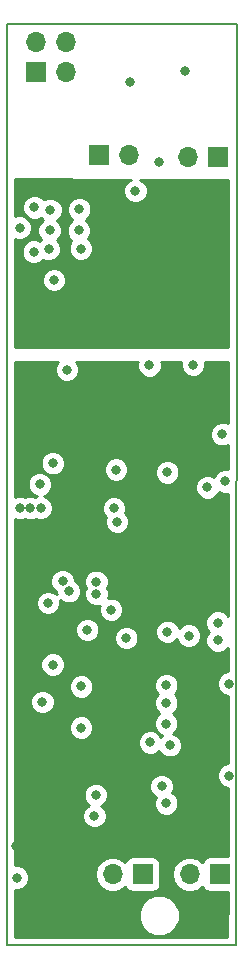
<source format=gbr>
G04 #@! TF.GenerationSoftware,KiCad,Pcbnew,5.0.2-bee76a0~70~ubuntu18.04.1*
G04 #@! TF.CreationDate,2019-12-03T11:06:18+01:00*
G04 #@! TF.ProjectId,instrumnet,696e7374-7275-46d6-9e65-742e6b696361,rev?*
G04 #@! TF.SameCoordinates,Original*
G04 #@! TF.FileFunction,Copper,L3,Inr*
G04 #@! TF.FilePolarity,Positive*
%FSLAX46Y46*%
G04 Gerber Fmt 4.6, Leading zero omitted, Abs format (unit mm)*
G04 Created by KiCad (PCBNEW 5.0.2-bee76a0~70~ubuntu18.04.1) date Tue 03 Dec 2019 11:06:18 AM CET*
%MOMM*%
%LPD*%
G01*
G04 APERTURE LIST*
G04 #@! TA.AperFunction,NonConductor*
%ADD10C,0.150000*%
G04 #@! TD*
G04 #@! TA.AperFunction,ViaPad*
%ADD11R,1.700000X1.700000*%
G04 #@! TD*
G04 #@! TA.AperFunction,ViaPad*
%ADD12O,1.700000X1.700000*%
G04 #@! TD*
G04 #@! TA.AperFunction,ViaPad*
%ADD13C,0.800000*%
G04 #@! TD*
G04 #@! TA.AperFunction,Conductor*
%ADD14C,0.254000*%
G04 #@! TD*
G04 APERTURE END LIST*
D10*
X125000000Y-64000000D02*
X144500000Y-64000000D01*
X125000000Y-142000000D02*
X125000000Y-64000000D01*
X144400000Y-142000000D02*
X125000000Y-142000000D01*
X144500000Y-64000000D02*
X144400000Y-142000000D01*
D11*
G04 #@! TO.N,/in+*
G04 #@! TO.C,458_IN1*
X132810000Y-75110000D03*
D12*
G04 #@! TO.N,/in-*
X135350000Y-75110000D03*
G04 #@! TD*
G04 #@! TO.N,/out-*
G04 #@! TO.C,485_OUT1*
X140380000Y-75240000D03*
D11*
G04 #@! TO.N,/out+*
X142920000Y-75240000D03*
G04 #@! TD*
D12*
G04 #@! TO.N,GND*
G04 #@! TO.C,J1*
X130000000Y-65540000D03*
X130000000Y-68080000D03*
G04 #@! TO.N,Net-(D7-Pad1)*
X127460000Y-65540000D03*
D11*
X127460000Y-68080000D03*
G04 #@! TD*
G04 #@! TO.N,Net-(D2-Pad2)*
G04 #@! TO.C,J3*
X143040000Y-136000000D03*
D12*
G04 #@! TO.N,Net-(D2-Pad1)*
X140500000Y-136000000D03*
G04 #@! TD*
G04 #@! TO.N,Net-(D1-Pad1)*
G04 #@! TO.C,J2*
X133960000Y-136000000D03*
D11*
G04 #@! TO.N,Net-(D1-Pad2)*
X136500000Y-136000000D03*
G04 #@! TD*
D13*
G04 #@! TO.N,GND*
X138589855Y-101975010D03*
X125850000Y-136300000D03*
X142859849Y-114710000D03*
X135115000Y-116010000D03*
X137090000Y-92920000D03*
X140780000Y-92870000D03*
X135420000Y-68910000D03*
X140090000Y-68030000D03*
X138110000Y-128550000D03*
X138500009Y-130000008D03*
X138610000Y-115477136D03*
X131100000Y-81500000D03*
X128630000Y-81500000D03*
X128572875Y-83077214D03*
X128700010Y-79759758D03*
X127350000Y-79544998D03*
X127300000Y-83295002D03*
X131270000Y-83030000D03*
X131141408Y-79717897D03*
X126090000Y-105000000D03*
X126990000Y-105010000D03*
X127900000Y-105000000D03*
X126087050Y-81266858D03*
X143825000Y-127649998D03*
X128495403Y-113036994D03*
X135890000Y-78150000D03*
X137920000Y-75680000D03*
X140417390Y-115800860D03*
X128016000Y-121412000D03*
X128900010Y-101200000D03*
X129000000Y-85700000D03*
X130100000Y-93300000D03*
X131300000Y-123600000D03*
X132430000Y-131080000D03*
X131310000Y-120110000D03*
G04 #@! TO.N,+3V3*
X141120000Y-97570000D03*
X137430000Y-99200000D03*
X138950000Y-126660000D03*
X126180000Y-98120000D03*
X132700000Y-127050000D03*
X128900000Y-107420000D03*
X129730000Y-102800000D03*
X127862000Y-138412000D03*
X126840000Y-130060000D03*
X125775000Y-133586000D03*
X126699990Y-92964999D03*
X127680000Y-106775000D03*
X127560000Y-108080000D03*
G04 #@! TO.N,+5V*
X139280000Y-77960000D03*
X133450000Y-87170000D03*
X132570000Y-85950000D03*
X128800000Y-89300000D03*
X132630000Y-84300000D03*
X127800000Y-103000000D03*
X127700000Y-90900000D03*
X128100000Y-90100000D03*
G04 #@! TO.N,Net-(C4-Pad2)*
X143823515Y-119869562D03*
G04 #@! TO.N,Net-(C4-Pad1)*
X138800000Y-125080000D03*
G04 #@! TO.N,Net-(C3-Pad2)*
X137140002Y-124850000D03*
G04 #@! TO.N,Net-(C3-Pad1)*
X132545010Y-129290000D03*
G04 #@! TO.N,rxd_3v3*
X129725447Y-111188387D03*
X132589221Y-111248571D03*
G04 #@! TO.N,txd_3v3*
X130243232Y-112045842D03*
X132593265Y-112250000D03*
G04 #@! TO.N,do*
X138500000Y-120000000D03*
G04 #@! TO.N,cs_1*
X138500000Y-123250000D03*
G04 #@! TO.N,cs_0*
X138500000Y-121500000D03*
G04 #@! TO.N,sck*
X142000000Y-103250000D03*
G04 #@! TO.N,miso*
X143250000Y-98750000D03*
G04 #@! TO.N,mosi*
X143500000Y-102750000D03*
G04 #@! TO.N,reset*
X131820000Y-115320000D03*
X142864135Y-116210245D03*
X128890000Y-118250000D03*
G04 #@! TO.N,Net-(TP4-Pad1)*
X134348801Y-106158752D03*
G04 #@! TO.N,Net-(TP3-Pad1)*
X134077813Y-105021443D03*
G04 #@! TO.N,Net-(TP2-Pad1)*
X134250022Y-101739827D03*
G04 #@! TO.N,led*
X133840000Y-113620000D03*
G04 #@! TD*
D14*
G04 #@! TO.N,+3V3*
G36*
X129222569Y-92713720D02*
X129065000Y-93094126D01*
X129065000Y-93505874D01*
X129222569Y-93886280D01*
X129513720Y-94177431D01*
X129894126Y-94335000D01*
X130305874Y-94335000D01*
X130686280Y-94177431D01*
X130977431Y-93886280D01*
X131135000Y-93505874D01*
X131135000Y-93094126D01*
X130977431Y-92713720D01*
X130890711Y-92627000D01*
X136091089Y-92627000D01*
X136055000Y-92714126D01*
X136055000Y-93125874D01*
X136212569Y-93506280D01*
X136503720Y-93797431D01*
X136884126Y-93955000D01*
X137295874Y-93955000D01*
X137676280Y-93797431D01*
X137967431Y-93506280D01*
X138125000Y-93125874D01*
X138125000Y-92714126D01*
X138088911Y-92627000D01*
X139760378Y-92627000D01*
X139745000Y-92664126D01*
X139745000Y-93075874D01*
X139902569Y-93456280D01*
X140193720Y-93747431D01*
X140574126Y-93905000D01*
X140985874Y-93905000D01*
X141366280Y-93747431D01*
X141657431Y-93456280D01*
X141815000Y-93075874D01*
X141815000Y-92664126D01*
X141799622Y-92627000D01*
X143753299Y-92627000D01*
X143746621Y-97835431D01*
X143455874Y-97715000D01*
X143044126Y-97715000D01*
X142663720Y-97872569D01*
X142372569Y-98163720D01*
X142215000Y-98544126D01*
X142215000Y-98955874D01*
X142372569Y-99336280D01*
X142663720Y-99627431D01*
X143044126Y-99785000D01*
X143455874Y-99785000D01*
X143744275Y-99665541D01*
X143741628Y-101729810D01*
X143705874Y-101715000D01*
X143294126Y-101715000D01*
X142913720Y-101872569D01*
X142622569Y-102163720D01*
X142543415Y-102354814D01*
X142205874Y-102215000D01*
X141794126Y-102215000D01*
X141413720Y-102372569D01*
X141122569Y-102663720D01*
X140965000Y-103044126D01*
X140965000Y-103455874D01*
X141122569Y-103836280D01*
X141413720Y-104127431D01*
X141794126Y-104285000D01*
X142205874Y-104285000D01*
X142586280Y-104127431D01*
X142877431Y-103836280D01*
X142956585Y-103645186D01*
X143294126Y-103785000D01*
X143705874Y-103785000D01*
X143739011Y-103771274D01*
X143725753Y-114112193D01*
X143446129Y-113832569D01*
X143065723Y-113675000D01*
X142653975Y-113675000D01*
X142273569Y-113832569D01*
X141982418Y-114123720D01*
X141824849Y-114504126D01*
X141824849Y-114915874D01*
X141982418Y-115296280D01*
X142148404Y-115462266D01*
X141986704Y-115623965D01*
X141829135Y-116004371D01*
X141829135Y-116416119D01*
X141986704Y-116796525D01*
X142277855Y-117087676D01*
X142658261Y-117245245D01*
X143070009Y-117245245D01*
X143450415Y-117087676D01*
X143722287Y-116815804D01*
X143719699Y-118834562D01*
X143617641Y-118834562D01*
X143237235Y-118992131D01*
X142946084Y-119283282D01*
X142788515Y-119663688D01*
X142788515Y-120075436D01*
X142946084Y-120455842D01*
X143237235Y-120746993D01*
X143617641Y-120904562D01*
X143717045Y-120904562D01*
X143709724Y-126614998D01*
X143619126Y-126614998D01*
X143238720Y-126772567D01*
X142947569Y-127063718D01*
X142790000Y-127444124D01*
X142790000Y-127855872D01*
X142947569Y-128236278D01*
X143238720Y-128527429D01*
X143619126Y-128684998D01*
X143707070Y-128684998D01*
X143699612Y-134502560D01*
X142190000Y-134502560D01*
X141942235Y-134551843D01*
X141732191Y-134692191D01*
X141591843Y-134902235D01*
X141582816Y-134947619D01*
X141570625Y-134929375D01*
X141079418Y-134601161D01*
X140646256Y-134515000D01*
X140353744Y-134515000D01*
X139920582Y-134601161D01*
X139429375Y-134929375D01*
X139101161Y-135420582D01*
X138985908Y-136000000D01*
X139101161Y-136579418D01*
X139429375Y-137070625D01*
X139920582Y-137398839D01*
X140353744Y-137485000D01*
X140646256Y-137485000D01*
X141079418Y-137398839D01*
X141570625Y-137070625D01*
X141582816Y-137052381D01*
X141591843Y-137097765D01*
X141732191Y-137307809D01*
X141942235Y-137448157D01*
X142190000Y-137497440D01*
X143695772Y-137497440D01*
X143690910Y-141290000D01*
X125710000Y-141290000D01*
X125710000Y-139154887D01*
X136165000Y-139154887D01*
X136165000Y-139845113D01*
X136429138Y-140482799D01*
X136917201Y-140970862D01*
X137554887Y-141235000D01*
X138245113Y-141235000D01*
X138882799Y-140970862D01*
X139370862Y-140482799D01*
X139635000Y-139845113D01*
X139635000Y-139154887D01*
X139370862Y-138517201D01*
X138882799Y-138029138D01*
X138245113Y-137765000D01*
X137554887Y-137765000D01*
X136917201Y-138029138D01*
X136429138Y-138517201D01*
X136165000Y-139154887D01*
X125710000Y-139154887D01*
X125710000Y-137335000D01*
X126055874Y-137335000D01*
X126436280Y-137177431D01*
X126727431Y-136886280D01*
X126885000Y-136505874D01*
X126885000Y-136094126D01*
X126846012Y-136000000D01*
X132445908Y-136000000D01*
X132561161Y-136579418D01*
X132889375Y-137070625D01*
X133380582Y-137398839D01*
X133813744Y-137485000D01*
X134106256Y-137485000D01*
X134539418Y-137398839D01*
X135030625Y-137070625D01*
X135042816Y-137052381D01*
X135051843Y-137097765D01*
X135192191Y-137307809D01*
X135402235Y-137448157D01*
X135650000Y-137497440D01*
X137350000Y-137497440D01*
X137597765Y-137448157D01*
X137807809Y-137307809D01*
X137948157Y-137097765D01*
X137997440Y-136850000D01*
X137997440Y-135150000D01*
X137948157Y-134902235D01*
X137807809Y-134692191D01*
X137597765Y-134551843D01*
X137350000Y-134502560D01*
X135650000Y-134502560D01*
X135402235Y-134551843D01*
X135192191Y-134692191D01*
X135051843Y-134902235D01*
X135042816Y-134947619D01*
X135030625Y-134929375D01*
X134539418Y-134601161D01*
X134106256Y-134515000D01*
X133813744Y-134515000D01*
X133380582Y-134601161D01*
X132889375Y-134929375D01*
X132561161Y-135420582D01*
X132445908Y-136000000D01*
X126846012Y-136000000D01*
X126727431Y-135713720D01*
X126436280Y-135422569D01*
X126055874Y-135265000D01*
X125710000Y-135265000D01*
X125710000Y-130874126D01*
X131395000Y-130874126D01*
X131395000Y-131285874D01*
X131552569Y-131666280D01*
X131843720Y-131957431D01*
X132224126Y-132115000D01*
X132635874Y-132115000D01*
X133016280Y-131957431D01*
X133307431Y-131666280D01*
X133465000Y-131285874D01*
X133465000Y-130874126D01*
X133307431Y-130493720D01*
X133025119Y-130211408D01*
X133131290Y-130167431D01*
X133422441Y-129876280D01*
X133580010Y-129495874D01*
X133580010Y-129084126D01*
X133422441Y-128703720D01*
X133131290Y-128412569D01*
X132966054Y-128344126D01*
X137075000Y-128344126D01*
X137075000Y-128755874D01*
X137232569Y-129136280D01*
X137523720Y-129427431D01*
X137603256Y-129460376D01*
X137465009Y-129794134D01*
X137465009Y-130205882D01*
X137622578Y-130586288D01*
X137913729Y-130877439D01*
X138294135Y-131035008D01*
X138705883Y-131035008D01*
X139086289Y-130877439D01*
X139377440Y-130586288D01*
X139535009Y-130205882D01*
X139535009Y-129794134D01*
X139377440Y-129413728D01*
X139086289Y-129122577D01*
X139006753Y-129089632D01*
X139145000Y-128755874D01*
X139145000Y-128344126D01*
X138987431Y-127963720D01*
X138696280Y-127672569D01*
X138315874Y-127515000D01*
X137904126Y-127515000D01*
X137523720Y-127672569D01*
X137232569Y-127963720D01*
X137075000Y-128344126D01*
X132966054Y-128344126D01*
X132750884Y-128255000D01*
X132339136Y-128255000D01*
X131958730Y-128412569D01*
X131667579Y-128703720D01*
X131510010Y-129084126D01*
X131510010Y-129495874D01*
X131667579Y-129876280D01*
X131949891Y-130158592D01*
X131843720Y-130202569D01*
X131552569Y-130493720D01*
X131395000Y-130874126D01*
X125710000Y-130874126D01*
X125710000Y-124644126D01*
X136105002Y-124644126D01*
X136105002Y-125055874D01*
X136262571Y-125436280D01*
X136553722Y-125727431D01*
X136934128Y-125885000D01*
X137345876Y-125885000D01*
X137726282Y-125727431D01*
X137882989Y-125570724D01*
X137922569Y-125666280D01*
X138213720Y-125957431D01*
X138594126Y-126115000D01*
X139005874Y-126115000D01*
X139386280Y-125957431D01*
X139677431Y-125666280D01*
X139835000Y-125285874D01*
X139835000Y-124874126D01*
X139677431Y-124493720D01*
X139386280Y-124202569D01*
X139121017Y-124092694D01*
X139377431Y-123836280D01*
X139535000Y-123455874D01*
X139535000Y-123044126D01*
X139377431Y-122663720D01*
X139088711Y-122375000D01*
X139377431Y-122086280D01*
X139535000Y-121705874D01*
X139535000Y-121294126D01*
X139377431Y-120913720D01*
X139213711Y-120750000D01*
X139377431Y-120586280D01*
X139535000Y-120205874D01*
X139535000Y-119794126D01*
X139377431Y-119413720D01*
X139086280Y-119122569D01*
X138705874Y-118965000D01*
X138294126Y-118965000D01*
X137913720Y-119122569D01*
X137622569Y-119413720D01*
X137465000Y-119794126D01*
X137465000Y-120205874D01*
X137622569Y-120586280D01*
X137786289Y-120750000D01*
X137622569Y-120913720D01*
X137465000Y-121294126D01*
X137465000Y-121705874D01*
X137622569Y-122086280D01*
X137911289Y-122375000D01*
X137622569Y-122663720D01*
X137465000Y-123044126D01*
X137465000Y-123455874D01*
X137622569Y-123836280D01*
X137913720Y-124127431D01*
X138178983Y-124237306D01*
X138057013Y-124359276D01*
X138017433Y-124263720D01*
X137726282Y-123972569D01*
X137345876Y-123815000D01*
X136934128Y-123815000D01*
X136553722Y-123972569D01*
X136262571Y-124263720D01*
X136105002Y-124644126D01*
X125710000Y-124644126D01*
X125710000Y-123394126D01*
X130265000Y-123394126D01*
X130265000Y-123805874D01*
X130422569Y-124186280D01*
X130713720Y-124477431D01*
X131094126Y-124635000D01*
X131505874Y-124635000D01*
X131886280Y-124477431D01*
X132177431Y-124186280D01*
X132335000Y-123805874D01*
X132335000Y-123394126D01*
X132177431Y-123013720D01*
X131886280Y-122722569D01*
X131505874Y-122565000D01*
X131094126Y-122565000D01*
X130713720Y-122722569D01*
X130422569Y-123013720D01*
X130265000Y-123394126D01*
X125710000Y-123394126D01*
X125710000Y-121206126D01*
X126981000Y-121206126D01*
X126981000Y-121617874D01*
X127138569Y-121998280D01*
X127429720Y-122289431D01*
X127810126Y-122447000D01*
X128221874Y-122447000D01*
X128602280Y-122289431D01*
X128893431Y-121998280D01*
X129051000Y-121617874D01*
X129051000Y-121206126D01*
X128893431Y-120825720D01*
X128602280Y-120534569D01*
X128221874Y-120377000D01*
X127810126Y-120377000D01*
X127429720Y-120534569D01*
X127138569Y-120825720D01*
X126981000Y-121206126D01*
X125710000Y-121206126D01*
X125710000Y-119904126D01*
X130275000Y-119904126D01*
X130275000Y-120315874D01*
X130432569Y-120696280D01*
X130723720Y-120987431D01*
X131104126Y-121145000D01*
X131515874Y-121145000D01*
X131896280Y-120987431D01*
X132187431Y-120696280D01*
X132345000Y-120315874D01*
X132345000Y-119904126D01*
X132187431Y-119523720D01*
X131896280Y-119232569D01*
X131515874Y-119075000D01*
X131104126Y-119075000D01*
X130723720Y-119232569D01*
X130432569Y-119523720D01*
X130275000Y-119904126D01*
X125710000Y-119904126D01*
X125710000Y-118044126D01*
X127855000Y-118044126D01*
X127855000Y-118455874D01*
X128012569Y-118836280D01*
X128303720Y-119127431D01*
X128684126Y-119285000D01*
X129095874Y-119285000D01*
X129476280Y-119127431D01*
X129767431Y-118836280D01*
X129925000Y-118455874D01*
X129925000Y-118044126D01*
X129767431Y-117663720D01*
X129476280Y-117372569D01*
X129095874Y-117215000D01*
X128684126Y-117215000D01*
X128303720Y-117372569D01*
X128012569Y-117663720D01*
X127855000Y-118044126D01*
X125710000Y-118044126D01*
X125710000Y-115114126D01*
X130785000Y-115114126D01*
X130785000Y-115525874D01*
X130942569Y-115906280D01*
X131233720Y-116197431D01*
X131614126Y-116355000D01*
X132025874Y-116355000D01*
X132406280Y-116197431D01*
X132697431Y-115906280D01*
X132739744Y-115804126D01*
X134080000Y-115804126D01*
X134080000Y-116215874D01*
X134237569Y-116596280D01*
X134528720Y-116887431D01*
X134909126Y-117045000D01*
X135320874Y-117045000D01*
X135701280Y-116887431D01*
X135992431Y-116596280D01*
X136150000Y-116215874D01*
X136150000Y-115804126D01*
X135992431Y-115423720D01*
X135839973Y-115271262D01*
X137575000Y-115271262D01*
X137575000Y-115683010D01*
X137732569Y-116063416D01*
X138023720Y-116354567D01*
X138404126Y-116512136D01*
X138815874Y-116512136D01*
X139196280Y-116354567D01*
X139429758Y-116121089D01*
X139539959Y-116387140D01*
X139831110Y-116678291D01*
X140211516Y-116835860D01*
X140623264Y-116835860D01*
X141003670Y-116678291D01*
X141294821Y-116387140D01*
X141452390Y-116006734D01*
X141452390Y-115594986D01*
X141294821Y-115214580D01*
X141003670Y-114923429D01*
X140623264Y-114765860D01*
X140211516Y-114765860D01*
X139831110Y-114923429D01*
X139597632Y-115156907D01*
X139487431Y-114890856D01*
X139196280Y-114599705D01*
X138815874Y-114442136D01*
X138404126Y-114442136D01*
X138023720Y-114599705D01*
X137732569Y-114890856D01*
X137575000Y-115271262D01*
X135839973Y-115271262D01*
X135701280Y-115132569D01*
X135320874Y-114975000D01*
X134909126Y-114975000D01*
X134528720Y-115132569D01*
X134237569Y-115423720D01*
X134080000Y-115804126D01*
X132739744Y-115804126D01*
X132855000Y-115525874D01*
X132855000Y-115114126D01*
X132697431Y-114733720D01*
X132406280Y-114442569D01*
X132025874Y-114285000D01*
X131614126Y-114285000D01*
X131233720Y-114442569D01*
X130942569Y-114733720D01*
X130785000Y-115114126D01*
X125710000Y-115114126D01*
X125710000Y-112831120D01*
X127460403Y-112831120D01*
X127460403Y-113242868D01*
X127617972Y-113623274D01*
X127909123Y-113914425D01*
X128289529Y-114071994D01*
X128701277Y-114071994D01*
X129081683Y-113914425D01*
X129372834Y-113623274D01*
X129530403Y-113242868D01*
X129530403Y-112831120D01*
X129506081Y-112772402D01*
X129656952Y-112923273D01*
X130037358Y-113080842D01*
X130449106Y-113080842D01*
X130829512Y-112923273D01*
X131120663Y-112632122D01*
X131278232Y-112251716D01*
X131278232Y-111839968D01*
X131120663Y-111459562D01*
X130829512Y-111168411D01*
X130760447Y-111139803D01*
X130760447Y-111042697D01*
X131554221Y-111042697D01*
X131554221Y-111454445D01*
X131678370Y-111754167D01*
X131558265Y-112044126D01*
X131558265Y-112455874D01*
X131715834Y-112836280D01*
X132006985Y-113127431D01*
X132387391Y-113285000D01*
X132799139Y-113285000D01*
X132870777Y-113255327D01*
X132805000Y-113414126D01*
X132805000Y-113825874D01*
X132962569Y-114206280D01*
X133253720Y-114497431D01*
X133634126Y-114655000D01*
X134045874Y-114655000D01*
X134426280Y-114497431D01*
X134717431Y-114206280D01*
X134875000Y-113825874D01*
X134875000Y-113414126D01*
X134717431Y-113033720D01*
X134426280Y-112742569D01*
X134045874Y-112585000D01*
X133634126Y-112585000D01*
X133562488Y-112614673D01*
X133628265Y-112455874D01*
X133628265Y-112044126D01*
X133504116Y-111744404D01*
X133624221Y-111454445D01*
X133624221Y-111042697D01*
X133466652Y-110662291D01*
X133175501Y-110371140D01*
X132795095Y-110213571D01*
X132383347Y-110213571D01*
X132002941Y-110371140D01*
X131711790Y-110662291D01*
X131554221Y-111042697D01*
X130760447Y-111042697D01*
X130760447Y-110982513D01*
X130602878Y-110602107D01*
X130311727Y-110310956D01*
X129931321Y-110153387D01*
X129519573Y-110153387D01*
X129139167Y-110310956D01*
X128848016Y-110602107D01*
X128690447Y-110982513D01*
X128690447Y-111394261D01*
X128848016Y-111774667D01*
X129139167Y-112065818D01*
X129208232Y-112094426D01*
X129208232Y-112251716D01*
X129232554Y-112310434D01*
X129081683Y-112159563D01*
X128701277Y-112001994D01*
X128289529Y-112001994D01*
X127909123Y-112159563D01*
X127617972Y-112450714D01*
X127460403Y-112831120D01*
X125710000Y-112831120D01*
X125710000Y-105962875D01*
X125884126Y-106035000D01*
X126295874Y-106035000D01*
X126527929Y-105938880D01*
X126784126Y-106045000D01*
X127195874Y-106045000D01*
X127457071Y-105936809D01*
X127694126Y-106035000D01*
X128105874Y-106035000D01*
X128486280Y-105877431D01*
X128777431Y-105586280D01*
X128935000Y-105205874D01*
X128935000Y-104815569D01*
X133042813Y-104815569D01*
X133042813Y-105227317D01*
X133200382Y-105607723D01*
X133381675Y-105789016D01*
X133313801Y-105952878D01*
X133313801Y-106364626D01*
X133471370Y-106745032D01*
X133762521Y-107036183D01*
X134142927Y-107193752D01*
X134554675Y-107193752D01*
X134935081Y-107036183D01*
X135226232Y-106745032D01*
X135383801Y-106364626D01*
X135383801Y-105952878D01*
X135226232Y-105572472D01*
X135044939Y-105391179D01*
X135112813Y-105227317D01*
X135112813Y-104815569D01*
X134955244Y-104435163D01*
X134664093Y-104144012D01*
X134283687Y-103986443D01*
X133871939Y-103986443D01*
X133491533Y-104144012D01*
X133200382Y-104435163D01*
X133042813Y-104815569D01*
X128935000Y-104815569D01*
X128935000Y-104794126D01*
X128777431Y-104413720D01*
X128486280Y-104122569D01*
X128140372Y-103979289D01*
X128386280Y-103877431D01*
X128677431Y-103586280D01*
X128835000Y-103205874D01*
X128835000Y-102794126D01*
X128677431Y-102413720D01*
X128386280Y-102122569D01*
X128005874Y-101965000D01*
X127594126Y-101965000D01*
X127213720Y-102122569D01*
X126922569Y-102413720D01*
X126765000Y-102794126D01*
X126765000Y-103205874D01*
X126922569Y-103586280D01*
X127213720Y-103877431D01*
X127559628Y-104020711D01*
X127432929Y-104073191D01*
X127195874Y-103975000D01*
X126784126Y-103975000D01*
X126552071Y-104071120D01*
X126295874Y-103965000D01*
X125884126Y-103965000D01*
X125710000Y-104037125D01*
X125710000Y-100994126D01*
X127865010Y-100994126D01*
X127865010Y-101405874D01*
X128022579Y-101786280D01*
X128313730Y-102077431D01*
X128694136Y-102235000D01*
X129105884Y-102235000D01*
X129486290Y-102077431D01*
X129777441Y-101786280D01*
X129881958Y-101533953D01*
X133215022Y-101533953D01*
X133215022Y-101945701D01*
X133372591Y-102326107D01*
X133663742Y-102617258D01*
X134044148Y-102774827D01*
X134455896Y-102774827D01*
X134836302Y-102617258D01*
X135127453Y-102326107D01*
X135285022Y-101945701D01*
X135285022Y-101769136D01*
X137554855Y-101769136D01*
X137554855Y-102180884D01*
X137712424Y-102561290D01*
X138003575Y-102852441D01*
X138383981Y-103010010D01*
X138795729Y-103010010D01*
X139176135Y-102852441D01*
X139467286Y-102561290D01*
X139624855Y-102180884D01*
X139624855Y-101769136D01*
X139467286Y-101388730D01*
X139176135Y-101097579D01*
X138795729Y-100940010D01*
X138383981Y-100940010D01*
X138003575Y-101097579D01*
X137712424Y-101388730D01*
X137554855Y-101769136D01*
X135285022Y-101769136D01*
X135285022Y-101533953D01*
X135127453Y-101153547D01*
X134836302Y-100862396D01*
X134455896Y-100704827D01*
X134044148Y-100704827D01*
X133663742Y-100862396D01*
X133372591Y-101153547D01*
X133215022Y-101533953D01*
X129881958Y-101533953D01*
X129935010Y-101405874D01*
X129935010Y-100994126D01*
X129777441Y-100613720D01*
X129486290Y-100322569D01*
X129105884Y-100165000D01*
X128694136Y-100165000D01*
X128313730Y-100322569D01*
X128022579Y-100613720D01*
X127865010Y-100994126D01*
X125710000Y-100994126D01*
X125710000Y-92627000D01*
X129309289Y-92627000D01*
X129222569Y-92713720D01*
X129222569Y-92713720D01*
G37*
X129222569Y-92713720D02*
X129065000Y-93094126D01*
X129065000Y-93505874D01*
X129222569Y-93886280D01*
X129513720Y-94177431D01*
X129894126Y-94335000D01*
X130305874Y-94335000D01*
X130686280Y-94177431D01*
X130977431Y-93886280D01*
X131135000Y-93505874D01*
X131135000Y-93094126D01*
X130977431Y-92713720D01*
X130890711Y-92627000D01*
X136091089Y-92627000D01*
X136055000Y-92714126D01*
X136055000Y-93125874D01*
X136212569Y-93506280D01*
X136503720Y-93797431D01*
X136884126Y-93955000D01*
X137295874Y-93955000D01*
X137676280Y-93797431D01*
X137967431Y-93506280D01*
X138125000Y-93125874D01*
X138125000Y-92714126D01*
X138088911Y-92627000D01*
X139760378Y-92627000D01*
X139745000Y-92664126D01*
X139745000Y-93075874D01*
X139902569Y-93456280D01*
X140193720Y-93747431D01*
X140574126Y-93905000D01*
X140985874Y-93905000D01*
X141366280Y-93747431D01*
X141657431Y-93456280D01*
X141815000Y-93075874D01*
X141815000Y-92664126D01*
X141799622Y-92627000D01*
X143753299Y-92627000D01*
X143746621Y-97835431D01*
X143455874Y-97715000D01*
X143044126Y-97715000D01*
X142663720Y-97872569D01*
X142372569Y-98163720D01*
X142215000Y-98544126D01*
X142215000Y-98955874D01*
X142372569Y-99336280D01*
X142663720Y-99627431D01*
X143044126Y-99785000D01*
X143455874Y-99785000D01*
X143744275Y-99665541D01*
X143741628Y-101729810D01*
X143705874Y-101715000D01*
X143294126Y-101715000D01*
X142913720Y-101872569D01*
X142622569Y-102163720D01*
X142543415Y-102354814D01*
X142205874Y-102215000D01*
X141794126Y-102215000D01*
X141413720Y-102372569D01*
X141122569Y-102663720D01*
X140965000Y-103044126D01*
X140965000Y-103455874D01*
X141122569Y-103836280D01*
X141413720Y-104127431D01*
X141794126Y-104285000D01*
X142205874Y-104285000D01*
X142586280Y-104127431D01*
X142877431Y-103836280D01*
X142956585Y-103645186D01*
X143294126Y-103785000D01*
X143705874Y-103785000D01*
X143739011Y-103771274D01*
X143725753Y-114112193D01*
X143446129Y-113832569D01*
X143065723Y-113675000D01*
X142653975Y-113675000D01*
X142273569Y-113832569D01*
X141982418Y-114123720D01*
X141824849Y-114504126D01*
X141824849Y-114915874D01*
X141982418Y-115296280D01*
X142148404Y-115462266D01*
X141986704Y-115623965D01*
X141829135Y-116004371D01*
X141829135Y-116416119D01*
X141986704Y-116796525D01*
X142277855Y-117087676D01*
X142658261Y-117245245D01*
X143070009Y-117245245D01*
X143450415Y-117087676D01*
X143722287Y-116815804D01*
X143719699Y-118834562D01*
X143617641Y-118834562D01*
X143237235Y-118992131D01*
X142946084Y-119283282D01*
X142788515Y-119663688D01*
X142788515Y-120075436D01*
X142946084Y-120455842D01*
X143237235Y-120746993D01*
X143617641Y-120904562D01*
X143717045Y-120904562D01*
X143709724Y-126614998D01*
X143619126Y-126614998D01*
X143238720Y-126772567D01*
X142947569Y-127063718D01*
X142790000Y-127444124D01*
X142790000Y-127855872D01*
X142947569Y-128236278D01*
X143238720Y-128527429D01*
X143619126Y-128684998D01*
X143707070Y-128684998D01*
X143699612Y-134502560D01*
X142190000Y-134502560D01*
X141942235Y-134551843D01*
X141732191Y-134692191D01*
X141591843Y-134902235D01*
X141582816Y-134947619D01*
X141570625Y-134929375D01*
X141079418Y-134601161D01*
X140646256Y-134515000D01*
X140353744Y-134515000D01*
X139920582Y-134601161D01*
X139429375Y-134929375D01*
X139101161Y-135420582D01*
X138985908Y-136000000D01*
X139101161Y-136579418D01*
X139429375Y-137070625D01*
X139920582Y-137398839D01*
X140353744Y-137485000D01*
X140646256Y-137485000D01*
X141079418Y-137398839D01*
X141570625Y-137070625D01*
X141582816Y-137052381D01*
X141591843Y-137097765D01*
X141732191Y-137307809D01*
X141942235Y-137448157D01*
X142190000Y-137497440D01*
X143695772Y-137497440D01*
X143690910Y-141290000D01*
X125710000Y-141290000D01*
X125710000Y-139154887D01*
X136165000Y-139154887D01*
X136165000Y-139845113D01*
X136429138Y-140482799D01*
X136917201Y-140970862D01*
X137554887Y-141235000D01*
X138245113Y-141235000D01*
X138882799Y-140970862D01*
X139370862Y-140482799D01*
X139635000Y-139845113D01*
X139635000Y-139154887D01*
X139370862Y-138517201D01*
X138882799Y-138029138D01*
X138245113Y-137765000D01*
X137554887Y-137765000D01*
X136917201Y-138029138D01*
X136429138Y-138517201D01*
X136165000Y-139154887D01*
X125710000Y-139154887D01*
X125710000Y-137335000D01*
X126055874Y-137335000D01*
X126436280Y-137177431D01*
X126727431Y-136886280D01*
X126885000Y-136505874D01*
X126885000Y-136094126D01*
X126846012Y-136000000D01*
X132445908Y-136000000D01*
X132561161Y-136579418D01*
X132889375Y-137070625D01*
X133380582Y-137398839D01*
X133813744Y-137485000D01*
X134106256Y-137485000D01*
X134539418Y-137398839D01*
X135030625Y-137070625D01*
X135042816Y-137052381D01*
X135051843Y-137097765D01*
X135192191Y-137307809D01*
X135402235Y-137448157D01*
X135650000Y-137497440D01*
X137350000Y-137497440D01*
X137597765Y-137448157D01*
X137807809Y-137307809D01*
X137948157Y-137097765D01*
X137997440Y-136850000D01*
X137997440Y-135150000D01*
X137948157Y-134902235D01*
X137807809Y-134692191D01*
X137597765Y-134551843D01*
X137350000Y-134502560D01*
X135650000Y-134502560D01*
X135402235Y-134551843D01*
X135192191Y-134692191D01*
X135051843Y-134902235D01*
X135042816Y-134947619D01*
X135030625Y-134929375D01*
X134539418Y-134601161D01*
X134106256Y-134515000D01*
X133813744Y-134515000D01*
X133380582Y-134601161D01*
X132889375Y-134929375D01*
X132561161Y-135420582D01*
X132445908Y-136000000D01*
X126846012Y-136000000D01*
X126727431Y-135713720D01*
X126436280Y-135422569D01*
X126055874Y-135265000D01*
X125710000Y-135265000D01*
X125710000Y-130874126D01*
X131395000Y-130874126D01*
X131395000Y-131285874D01*
X131552569Y-131666280D01*
X131843720Y-131957431D01*
X132224126Y-132115000D01*
X132635874Y-132115000D01*
X133016280Y-131957431D01*
X133307431Y-131666280D01*
X133465000Y-131285874D01*
X133465000Y-130874126D01*
X133307431Y-130493720D01*
X133025119Y-130211408D01*
X133131290Y-130167431D01*
X133422441Y-129876280D01*
X133580010Y-129495874D01*
X133580010Y-129084126D01*
X133422441Y-128703720D01*
X133131290Y-128412569D01*
X132966054Y-128344126D01*
X137075000Y-128344126D01*
X137075000Y-128755874D01*
X137232569Y-129136280D01*
X137523720Y-129427431D01*
X137603256Y-129460376D01*
X137465009Y-129794134D01*
X137465009Y-130205882D01*
X137622578Y-130586288D01*
X137913729Y-130877439D01*
X138294135Y-131035008D01*
X138705883Y-131035008D01*
X139086289Y-130877439D01*
X139377440Y-130586288D01*
X139535009Y-130205882D01*
X139535009Y-129794134D01*
X139377440Y-129413728D01*
X139086289Y-129122577D01*
X139006753Y-129089632D01*
X139145000Y-128755874D01*
X139145000Y-128344126D01*
X138987431Y-127963720D01*
X138696280Y-127672569D01*
X138315874Y-127515000D01*
X137904126Y-127515000D01*
X137523720Y-127672569D01*
X137232569Y-127963720D01*
X137075000Y-128344126D01*
X132966054Y-128344126D01*
X132750884Y-128255000D01*
X132339136Y-128255000D01*
X131958730Y-128412569D01*
X131667579Y-128703720D01*
X131510010Y-129084126D01*
X131510010Y-129495874D01*
X131667579Y-129876280D01*
X131949891Y-130158592D01*
X131843720Y-130202569D01*
X131552569Y-130493720D01*
X131395000Y-130874126D01*
X125710000Y-130874126D01*
X125710000Y-124644126D01*
X136105002Y-124644126D01*
X136105002Y-125055874D01*
X136262571Y-125436280D01*
X136553722Y-125727431D01*
X136934128Y-125885000D01*
X137345876Y-125885000D01*
X137726282Y-125727431D01*
X137882989Y-125570724D01*
X137922569Y-125666280D01*
X138213720Y-125957431D01*
X138594126Y-126115000D01*
X139005874Y-126115000D01*
X139386280Y-125957431D01*
X139677431Y-125666280D01*
X139835000Y-125285874D01*
X139835000Y-124874126D01*
X139677431Y-124493720D01*
X139386280Y-124202569D01*
X139121017Y-124092694D01*
X139377431Y-123836280D01*
X139535000Y-123455874D01*
X139535000Y-123044126D01*
X139377431Y-122663720D01*
X139088711Y-122375000D01*
X139377431Y-122086280D01*
X139535000Y-121705874D01*
X139535000Y-121294126D01*
X139377431Y-120913720D01*
X139213711Y-120750000D01*
X139377431Y-120586280D01*
X139535000Y-120205874D01*
X139535000Y-119794126D01*
X139377431Y-119413720D01*
X139086280Y-119122569D01*
X138705874Y-118965000D01*
X138294126Y-118965000D01*
X137913720Y-119122569D01*
X137622569Y-119413720D01*
X137465000Y-119794126D01*
X137465000Y-120205874D01*
X137622569Y-120586280D01*
X137786289Y-120750000D01*
X137622569Y-120913720D01*
X137465000Y-121294126D01*
X137465000Y-121705874D01*
X137622569Y-122086280D01*
X137911289Y-122375000D01*
X137622569Y-122663720D01*
X137465000Y-123044126D01*
X137465000Y-123455874D01*
X137622569Y-123836280D01*
X137913720Y-124127431D01*
X138178983Y-124237306D01*
X138057013Y-124359276D01*
X138017433Y-124263720D01*
X137726282Y-123972569D01*
X137345876Y-123815000D01*
X136934128Y-123815000D01*
X136553722Y-123972569D01*
X136262571Y-124263720D01*
X136105002Y-124644126D01*
X125710000Y-124644126D01*
X125710000Y-123394126D01*
X130265000Y-123394126D01*
X130265000Y-123805874D01*
X130422569Y-124186280D01*
X130713720Y-124477431D01*
X131094126Y-124635000D01*
X131505874Y-124635000D01*
X131886280Y-124477431D01*
X132177431Y-124186280D01*
X132335000Y-123805874D01*
X132335000Y-123394126D01*
X132177431Y-123013720D01*
X131886280Y-122722569D01*
X131505874Y-122565000D01*
X131094126Y-122565000D01*
X130713720Y-122722569D01*
X130422569Y-123013720D01*
X130265000Y-123394126D01*
X125710000Y-123394126D01*
X125710000Y-121206126D01*
X126981000Y-121206126D01*
X126981000Y-121617874D01*
X127138569Y-121998280D01*
X127429720Y-122289431D01*
X127810126Y-122447000D01*
X128221874Y-122447000D01*
X128602280Y-122289431D01*
X128893431Y-121998280D01*
X129051000Y-121617874D01*
X129051000Y-121206126D01*
X128893431Y-120825720D01*
X128602280Y-120534569D01*
X128221874Y-120377000D01*
X127810126Y-120377000D01*
X127429720Y-120534569D01*
X127138569Y-120825720D01*
X126981000Y-121206126D01*
X125710000Y-121206126D01*
X125710000Y-119904126D01*
X130275000Y-119904126D01*
X130275000Y-120315874D01*
X130432569Y-120696280D01*
X130723720Y-120987431D01*
X131104126Y-121145000D01*
X131515874Y-121145000D01*
X131896280Y-120987431D01*
X132187431Y-120696280D01*
X132345000Y-120315874D01*
X132345000Y-119904126D01*
X132187431Y-119523720D01*
X131896280Y-119232569D01*
X131515874Y-119075000D01*
X131104126Y-119075000D01*
X130723720Y-119232569D01*
X130432569Y-119523720D01*
X130275000Y-119904126D01*
X125710000Y-119904126D01*
X125710000Y-118044126D01*
X127855000Y-118044126D01*
X127855000Y-118455874D01*
X128012569Y-118836280D01*
X128303720Y-119127431D01*
X128684126Y-119285000D01*
X129095874Y-119285000D01*
X129476280Y-119127431D01*
X129767431Y-118836280D01*
X129925000Y-118455874D01*
X129925000Y-118044126D01*
X129767431Y-117663720D01*
X129476280Y-117372569D01*
X129095874Y-117215000D01*
X128684126Y-117215000D01*
X128303720Y-117372569D01*
X128012569Y-117663720D01*
X127855000Y-118044126D01*
X125710000Y-118044126D01*
X125710000Y-115114126D01*
X130785000Y-115114126D01*
X130785000Y-115525874D01*
X130942569Y-115906280D01*
X131233720Y-116197431D01*
X131614126Y-116355000D01*
X132025874Y-116355000D01*
X132406280Y-116197431D01*
X132697431Y-115906280D01*
X132739744Y-115804126D01*
X134080000Y-115804126D01*
X134080000Y-116215874D01*
X134237569Y-116596280D01*
X134528720Y-116887431D01*
X134909126Y-117045000D01*
X135320874Y-117045000D01*
X135701280Y-116887431D01*
X135992431Y-116596280D01*
X136150000Y-116215874D01*
X136150000Y-115804126D01*
X135992431Y-115423720D01*
X135839973Y-115271262D01*
X137575000Y-115271262D01*
X137575000Y-115683010D01*
X137732569Y-116063416D01*
X138023720Y-116354567D01*
X138404126Y-116512136D01*
X138815874Y-116512136D01*
X139196280Y-116354567D01*
X139429758Y-116121089D01*
X139539959Y-116387140D01*
X139831110Y-116678291D01*
X140211516Y-116835860D01*
X140623264Y-116835860D01*
X141003670Y-116678291D01*
X141294821Y-116387140D01*
X141452390Y-116006734D01*
X141452390Y-115594986D01*
X141294821Y-115214580D01*
X141003670Y-114923429D01*
X140623264Y-114765860D01*
X140211516Y-114765860D01*
X139831110Y-114923429D01*
X139597632Y-115156907D01*
X139487431Y-114890856D01*
X139196280Y-114599705D01*
X138815874Y-114442136D01*
X138404126Y-114442136D01*
X138023720Y-114599705D01*
X137732569Y-114890856D01*
X137575000Y-115271262D01*
X135839973Y-115271262D01*
X135701280Y-115132569D01*
X135320874Y-114975000D01*
X134909126Y-114975000D01*
X134528720Y-115132569D01*
X134237569Y-115423720D01*
X134080000Y-115804126D01*
X132739744Y-115804126D01*
X132855000Y-115525874D01*
X132855000Y-115114126D01*
X132697431Y-114733720D01*
X132406280Y-114442569D01*
X132025874Y-114285000D01*
X131614126Y-114285000D01*
X131233720Y-114442569D01*
X130942569Y-114733720D01*
X130785000Y-115114126D01*
X125710000Y-115114126D01*
X125710000Y-112831120D01*
X127460403Y-112831120D01*
X127460403Y-113242868D01*
X127617972Y-113623274D01*
X127909123Y-113914425D01*
X128289529Y-114071994D01*
X128701277Y-114071994D01*
X129081683Y-113914425D01*
X129372834Y-113623274D01*
X129530403Y-113242868D01*
X129530403Y-112831120D01*
X129506081Y-112772402D01*
X129656952Y-112923273D01*
X130037358Y-113080842D01*
X130449106Y-113080842D01*
X130829512Y-112923273D01*
X131120663Y-112632122D01*
X131278232Y-112251716D01*
X131278232Y-111839968D01*
X131120663Y-111459562D01*
X130829512Y-111168411D01*
X130760447Y-111139803D01*
X130760447Y-111042697D01*
X131554221Y-111042697D01*
X131554221Y-111454445D01*
X131678370Y-111754167D01*
X131558265Y-112044126D01*
X131558265Y-112455874D01*
X131715834Y-112836280D01*
X132006985Y-113127431D01*
X132387391Y-113285000D01*
X132799139Y-113285000D01*
X132870777Y-113255327D01*
X132805000Y-113414126D01*
X132805000Y-113825874D01*
X132962569Y-114206280D01*
X133253720Y-114497431D01*
X133634126Y-114655000D01*
X134045874Y-114655000D01*
X134426280Y-114497431D01*
X134717431Y-114206280D01*
X134875000Y-113825874D01*
X134875000Y-113414126D01*
X134717431Y-113033720D01*
X134426280Y-112742569D01*
X134045874Y-112585000D01*
X133634126Y-112585000D01*
X133562488Y-112614673D01*
X133628265Y-112455874D01*
X133628265Y-112044126D01*
X133504116Y-111744404D01*
X133624221Y-111454445D01*
X133624221Y-111042697D01*
X133466652Y-110662291D01*
X133175501Y-110371140D01*
X132795095Y-110213571D01*
X132383347Y-110213571D01*
X132002941Y-110371140D01*
X131711790Y-110662291D01*
X131554221Y-111042697D01*
X130760447Y-111042697D01*
X130760447Y-110982513D01*
X130602878Y-110602107D01*
X130311727Y-110310956D01*
X129931321Y-110153387D01*
X129519573Y-110153387D01*
X129139167Y-110310956D01*
X128848016Y-110602107D01*
X128690447Y-110982513D01*
X128690447Y-111394261D01*
X128848016Y-111774667D01*
X129139167Y-112065818D01*
X129208232Y-112094426D01*
X129208232Y-112251716D01*
X129232554Y-112310434D01*
X129081683Y-112159563D01*
X128701277Y-112001994D01*
X128289529Y-112001994D01*
X127909123Y-112159563D01*
X127617972Y-112450714D01*
X127460403Y-112831120D01*
X125710000Y-112831120D01*
X125710000Y-105962875D01*
X125884126Y-106035000D01*
X126295874Y-106035000D01*
X126527929Y-105938880D01*
X126784126Y-106045000D01*
X127195874Y-106045000D01*
X127457071Y-105936809D01*
X127694126Y-106035000D01*
X128105874Y-106035000D01*
X128486280Y-105877431D01*
X128777431Y-105586280D01*
X128935000Y-105205874D01*
X128935000Y-104815569D01*
X133042813Y-104815569D01*
X133042813Y-105227317D01*
X133200382Y-105607723D01*
X133381675Y-105789016D01*
X133313801Y-105952878D01*
X133313801Y-106364626D01*
X133471370Y-106745032D01*
X133762521Y-107036183D01*
X134142927Y-107193752D01*
X134554675Y-107193752D01*
X134935081Y-107036183D01*
X135226232Y-106745032D01*
X135383801Y-106364626D01*
X135383801Y-105952878D01*
X135226232Y-105572472D01*
X135044939Y-105391179D01*
X135112813Y-105227317D01*
X135112813Y-104815569D01*
X134955244Y-104435163D01*
X134664093Y-104144012D01*
X134283687Y-103986443D01*
X133871939Y-103986443D01*
X133491533Y-104144012D01*
X133200382Y-104435163D01*
X133042813Y-104815569D01*
X128935000Y-104815569D01*
X128935000Y-104794126D01*
X128777431Y-104413720D01*
X128486280Y-104122569D01*
X128140372Y-103979289D01*
X128386280Y-103877431D01*
X128677431Y-103586280D01*
X128835000Y-103205874D01*
X128835000Y-102794126D01*
X128677431Y-102413720D01*
X128386280Y-102122569D01*
X128005874Y-101965000D01*
X127594126Y-101965000D01*
X127213720Y-102122569D01*
X126922569Y-102413720D01*
X126765000Y-102794126D01*
X126765000Y-103205874D01*
X126922569Y-103586280D01*
X127213720Y-103877431D01*
X127559628Y-104020711D01*
X127432929Y-104073191D01*
X127195874Y-103975000D01*
X126784126Y-103975000D01*
X126552071Y-104071120D01*
X126295874Y-103965000D01*
X125884126Y-103965000D01*
X125710000Y-104037125D01*
X125710000Y-100994126D01*
X127865010Y-100994126D01*
X127865010Y-101405874D01*
X128022579Y-101786280D01*
X128313730Y-102077431D01*
X128694136Y-102235000D01*
X129105884Y-102235000D01*
X129486290Y-102077431D01*
X129777441Y-101786280D01*
X129881958Y-101533953D01*
X133215022Y-101533953D01*
X133215022Y-101945701D01*
X133372591Y-102326107D01*
X133663742Y-102617258D01*
X134044148Y-102774827D01*
X134455896Y-102774827D01*
X134836302Y-102617258D01*
X135127453Y-102326107D01*
X135285022Y-101945701D01*
X135285022Y-101769136D01*
X137554855Y-101769136D01*
X137554855Y-102180884D01*
X137712424Y-102561290D01*
X138003575Y-102852441D01*
X138383981Y-103010010D01*
X138795729Y-103010010D01*
X139176135Y-102852441D01*
X139467286Y-102561290D01*
X139624855Y-102180884D01*
X139624855Y-101769136D01*
X139467286Y-101388730D01*
X139176135Y-101097579D01*
X138795729Y-100940010D01*
X138383981Y-100940010D01*
X138003575Y-101097579D01*
X137712424Y-101388730D01*
X137554855Y-101769136D01*
X135285022Y-101769136D01*
X135285022Y-101533953D01*
X135127453Y-101153547D01*
X134836302Y-100862396D01*
X134455896Y-100704827D01*
X134044148Y-100704827D01*
X133663742Y-100862396D01*
X133372591Y-101153547D01*
X133215022Y-101533953D01*
X129881958Y-101533953D01*
X129935010Y-101405874D01*
X129935010Y-100994126D01*
X129777441Y-100613720D01*
X129486290Y-100322569D01*
X129105884Y-100165000D01*
X128694136Y-100165000D01*
X128313730Y-100322569D01*
X128022579Y-100613720D01*
X127865010Y-100994126D01*
X125710000Y-100994126D01*
X125710000Y-92627000D01*
X129309289Y-92627000D01*
X129222569Y-92713720D01*
G04 #@! TO.N,+5V*
G36*
X135496753Y-77192612D02*
X135303720Y-77272569D01*
X135012569Y-77563720D01*
X134855000Y-77944126D01*
X134855000Y-78355874D01*
X135012569Y-78736280D01*
X135303720Y-79027431D01*
X135684126Y-79185000D01*
X136095874Y-79185000D01*
X136476280Y-79027431D01*
X136767431Y-78736280D01*
X136925000Y-78355874D01*
X136925000Y-77944126D01*
X136767431Y-77563720D01*
X136476280Y-77272569D01*
X136286078Y-77193785D01*
X143773071Y-77204910D01*
X143754906Y-91373000D01*
X125710000Y-91373000D01*
X125710000Y-85494126D01*
X127965000Y-85494126D01*
X127965000Y-85905874D01*
X128122569Y-86286280D01*
X128413720Y-86577431D01*
X128794126Y-86735000D01*
X129205874Y-86735000D01*
X129586280Y-86577431D01*
X129877431Y-86286280D01*
X130035000Y-85905874D01*
X130035000Y-85494126D01*
X129877431Y-85113720D01*
X129586280Y-84822569D01*
X129205874Y-84665000D01*
X128794126Y-84665000D01*
X128413720Y-84822569D01*
X128122569Y-85113720D01*
X127965000Y-85494126D01*
X125710000Y-85494126D01*
X125710000Y-83089128D01*
X126265000Y-83089128D01*
X126265000Y-83500876D01*
X126422569Y-83881282D01*
X126713720Y-84172433D01*
X127094126Y-84330002D01*
X127505874Y-84330002D01*
X127886280Y-84172433D01*
X128069661Y-83989052D01*
X128367001Y-84112214D01*
X128778749Y-84112214D01*
X129159155Y-83954645D01*
X129450306Y-83663494D01*
X129607875Y-83283088D01*
X129607875Y-82871340D01*
X129450306Y-82490934D01*
X129276542Y-82317170D01*
X129507431Y-82086280D01*
X129665000Y-81705874D01*
X129665000Y-81294126D01*
X130065000Y-81294126D01*
X130065000Y-81705874D01*
X130222569Y-82086280D01*
X130486289Y-82350000D01*
X130392569Y-82443720D01*
X130235000Y-82824126D01*
X130235000Y-83235874D01*
X130392569Y-83616280D01*
X130683720Y-83907431D01*
X131064126Y-84065000D01*
X131475874Y-84065000D01*
X131856280Y-83907431D01*
X132147431Y-83616280D01*
X132305000Y-83235874D01*
X132305000Y-82824126D01*
X132147431Y-82443720D01*
X131883711Y-82180000D01*
X131977431Y-82086280D01*
X132135000Y-81705874D01*
X132135000Y-81294126D01*
X131977431Y-80913720D01*
X131686280Y-80622569D01*
X131674101Y-80617524D01*
X131727688Y-80595328D01*
X132018839Y-80304177D01*
X132176408Y-79923771D01*
X132176408Y-79512023D01*
X132018839Y-79131617D01*
X131727688Y-78840466D01*
X131347282Y-78682897D01*
X130935534Y-78682897D01*
X130555128Y-78840466D01*
X130263977Y-79131617D01*
X130106408Y-79512023D01*
X130106408Y-79923771D01*
X130263977Y-80304177D01*
X130555128Y-80595328D01*
X130567307Y-80600373D01*
X130513720Y-80622569D01*
X130222569Y-80913720D01*
X130065000Y-81294126D01*
X129665000Y-81294126D01*
X129507431Y-80913720D01*
X129247123Y-80653412D01*
X129286290Y-80637189D01*
X129577441Y-80346038D01*
X129735010Y-79965632D01*
X129735010Y-79553884D01*
X129577441Y-79173478D01*
X129286290Y-78882327D01*
X128905884Y-78724758D01*
X128494136Y-78724758D01*
X128140112Y-78871399D01*
X127936280Y-78667567D01*
X127555874Y-78509998D01*
X127144126Y-78509998D01*
X126763720Y-78667567D01*
X126472569Y-78958718D01*
X126315000Y-79339124D01*
X126315000Y-79750872D01*
X126472569Y-80131278D01*
X126763720Y-80422429D01*
X127144126Y-80579998D01*
X127555874Y-80579998D01*
X127909898Y-80433357D01*
X128082887Y-80606346D01*
X128043720Y-80622569D01*
X127752569Y-80913720D01*
X127595000Y-81294126D01*
X127595000Y-81705874D01*
X127752569Y-82086280D01*
X127926334Y-82260045D01*
X127803214Y-82383164D01*
X127505874Y-82260002D01*
X127094126Y-82260002D01*
X126713720Y-82417571D01*
X126422569Y-82708722D01*
X126265000Y-83089128D01*
X125710000Y-83089128D01*
X125710000Y-82230955D01*
X125881176Y-82301858D01*
X126292924Y-82301858D01*
X126673330Y-82144289D01*
X126964481Y-81853138D01*
X127122050Y-81472732D01*
X127122050Y-81060984D01*
X126964481Y-80680578D01*
X126673330Y-80389427D01*
X126292924Y-80231858D01*
X125881176Y-80231858D01*
X125710000Y-80302761D01*
X125710000Y-77178070D01*
X135496753Y-77192612D01*
X135496753Y-77192612D01*
G37*
X135496753Y-77192612D02*
X135303720Y-77272569D01*
X135012569Y-77563720D01*
X134855000Y-77944126D01*
X134855000Y-78355874D01*
X135012569Y-78736280D01*
X135303720Y-79027431D01*
X135684126Y-79185000D01*
X136095874Y-79185000D01*
X136476280Y-79027431D01*
X136767431Y-78736280D01*
X136925000Y-78355874D01*
X136925000Y-77944126D01*
X136767431Y-77563720D01*
X136476280Y-77272569D01*
X136286078Y-77193785D01*
X143773071Y-77204910D01*
X143754906Y-91373000D01*
X125710000Y-91373000D01*
X125710000Y-85494126D01*
X127965000Y-85494126D01*
X127965000Y-85905874D01*
X128122569Y-86286280D01*
X128413720Y-86577431D01*
X128794126Y-86735000D01*
X129205874Y-86735000D01*
X129586280Y-86577431D01*
X129877431Y-86286280D01*
X130035000Y-85905874D01*
X130035000Y-85494126D01*
X129877431Y-85113720D01*
X129586280Y-84822569D01*
X129205874Y-84665000D01*
X128794126Y-84665000D01*
X128413720Y-84822569D01*
X128122569Y-85113720D01*
X127965000Y-85494126D01*
X125710000Y-85494126D01*
X125710000Y-83089128D01*
X126265000Y-83089128D01*
X126265000Y-83500876D01*
X126422569Y-83881282D01*
X126713720Y-84172433D01*
X127094126Y-84330002D01*
X127505874Y-84330002D01*
X127886280Y-84172433D01*
X128069661Y-83989052D01*
X128367001Y-84112214D01*
X128778749Y-84112214D01*
X129159155Y-83954645D01*
X129450306Y-83663494D01*
X129607875Y-83283088D01*
X129607875Y-82871340D01*
X129450306Y-82490934D01*
X129276542Y-82317170D01*
X129507431Y-82086280D01*
X129665000Y-81705874D01*
X129665000Y-81294126D01*
X130065000Y-81294126D01*
X130065000Y-81705874D01*
X130222569Y-82086280D01*
X130486289Y-82350000D01*
X130392569Y-82443720D01*
X130235000Y-82824126D01*
X130235000Y-83235874D01*
X130392569Y-83616280D01*
X130683720Y-83907431D01*
X131064126Y-84065000D01*
X131475874Y-84065000D01*
X131856280Y-83907431D01*
X132147431Y-83616280D01*
X132305000Y-83235874D01*
X132305000Y-82824126D01*
X132147431Y-82443720D01*
X131883711Y-82180000D01*
X131977431Y-82086280D01*
X132135000Y-81705874D01*
X132135000Y-81294126D01*
X131977431Y-80913720D01*
X131686280Y-80622569D01*
X131674101Y-80617524D01*
X131727688Y-80595328D01*
X132018839Y-80304177D01*
X132176408Y-79923771D01*
X132176408Y-79512023D01*
X132018839Y-79131617D01*
X131727688Y-78840466D01*
X131347282Y-78682897D01*
X130935534Y-78682897D01*
X130555128Y-78840466D01*
X130263977Y-79131617D01*
X130106408Y-79512023D01*
X130106408Y-79923771D01*
X130263977Y-80304177D01*
X130555128Y-80595328D01*
X130567307Y-80600373D01*
X130513720Y-80622569D01*
X130222569Y-80913720D01*
X130065000Y-81294126D01*
X129665000Y-81294126D01*
X129507431Y-80913720D01*
X129247123Y-80653412D01*
X129286290Y-80637189D01*
X129577441Y-80346038D01*
X129735010Y-79965632D01*
X129735010Y-79553884D01*
X129577441Y-79173478D01*
X129286290Y-78882327D01*
X128905884Y-78724758D01*
X128494136Y-78724758D01*
X128140112Y-78871399D01*
X127936280Y-78667567D01*
X127555874Y-78509998D01*
X127144126Y-78509998D01*
X126763720Y-78667567D01*
X126472569Y-78958718D01*
X126315000Y-79339124D01*
X126315000Y-79750872D01*
X126472569Y-80131278D01*
X126763720Y-80422429D01*
X127144126Y-80579998D01*
X127555874Y-80579998D01*
X127909898Y-80433357D01*
X128082887Y-80606346D01*
X128043720Y-80622569D01*
X127752569Y-80913720D01*
X127595000Y-81294126D01*
X127595000Y-81705874D01*
X127752569Y-82086280D01*
X127926334Y-82260045D01*
X127803214Y-82383164D01*
X127505874Y-82260002D01*
X127094126Y-82260002D01*
X126713720Y-82417571D01*
X126422569Y-82708722D01*
X126265000Y-83089128D01*
X125710000Y-83089128D01*
X125710000Y-82230955D01*
X125881176Y-82301858D01*
X126292924Y-82301858D01*
X126673330Y-82144289D01*
X126964481Y-81853138D01*
X127122050Y-81472732D01*
X127122050Y-81060984D01*
X126964481Y-80680578D01*
X126673330Y-80389427D01*
X126292924Y-80231858D01*
X125881176Y-80231858D01*
X125710000Y-80302761D01*
X125710000Y-77178070D01*
X135496753Y-77192612D01*
G04 #@! TD*
M02*

</source>
